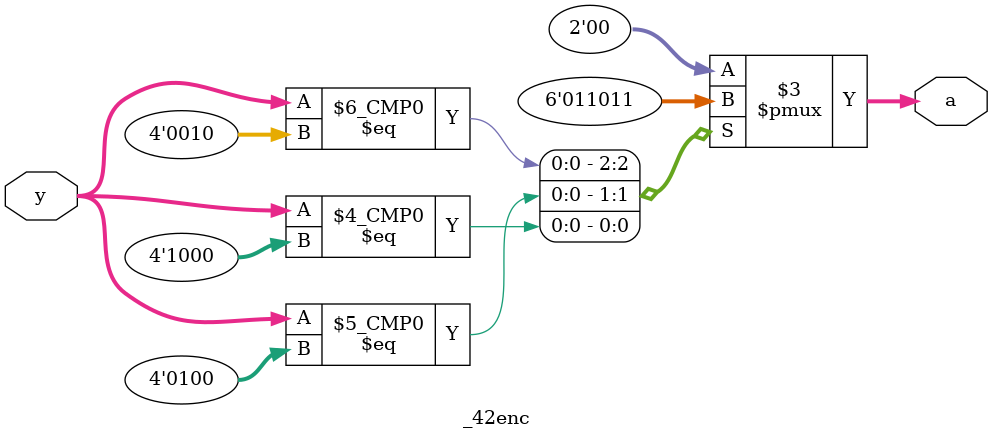
<source format=v>

module _42enc(
  input [3:0] y,
  output reg [1:0] a
);

always @(*)  // sensitivity list is always the input
begin
  case (y)
    4'b0001: a = 2'b00;
    4'b0010: a = 2'b01;
    4'b0100: a = 2'b10;
    4'b1000: a = 2'b11;
    default: a = 2'b00;
  endcase
end

endmodule
</source>
